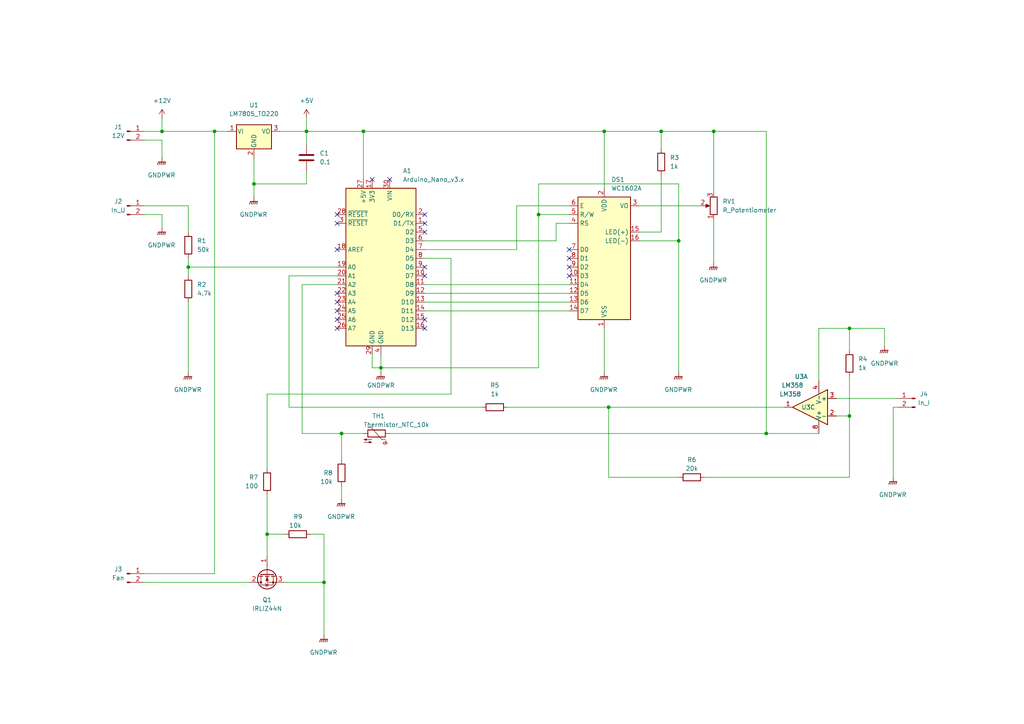
<source format=kicad_sch>
(kicad_sch (version 20211123) (generator eeschema)
  (paper "A4")
  (lib_symbols
    (symbol "Amplifier_Operational:LM358" (pin_names (offset 0.127))
      (property "Reference" "U" (at 0 5.08 0))
      (property "Value" "LM358" (at 0 -5.08 0))
      (symbol "LM358_1_1"
        (polyline (pts (xy -5.08 5.08) (xy 5.08 0) (xy -5.08 -5.08) (xy -5.08 5.08)) (stroke (width 0.254)) (fill (type background)))
        (pin output line (at 7.62 0 180) (length 2.54) (name "~") (number "1"))
        (pin input line (at -7.62 -2.54 0) (length 2.54) (name "-") (number "2"))
        (pin input line (at -7.62 2.54 0) (length 2.54) (name "+") (number "3"))
      )
      (symbol "LM358_2_1"
        (polyline (pts (xy -5.08 5.08) (xy 5.08 0) (xy -5.08 -5.08) (xy -5.08 5.08)) (stroke (width 0.254)) (fill (type background)))
        (pin input line (at -7.62 2.54 0) (length 2.54) (name "+") (number "5"))
        (pin input line (at -7.62 -2.54 0) (length 2.54) (name "-") (number "6"))
        (pin output line (at 7.62 0 180) (length 2.54) (name "~") (number "7"))
      )
      (symbol "LM358_3_1"
        (pin power_in line (at -2.54 -7.62 90) (length 3.81) (name "V-") (number "4"))
        (pin power_in line (at -2.54 7.62 270) (length 3.81) (name "V+") (number "8"))
      )
    )
    (symbol "Connector:Conn_01x02_Male" (pin_names (offset 1.016) hide)
      (property "Reference" "J" (at 0 2.54 0))
      (property "Value" "Conn_01x02_Male" (at 0 -5.08 0))
      (symbol "Conn_01x02_Male_1_1"
        (polyline (pts (xy 1.27 -2.54) (xy 0.8636 -2.54)) (stroke (width 0.1524)))
        (polyline (pts (xy 1.27 0) (xy 0.8636 0)) (stroke (width 0.1524)))
        (rectangle (start 0.8636 -2.413) (end 0 -2.667) (stroke (width 0.1524)) (fill (type outline)))
        (rectangle (start 0.8636 0.127) (end 0 -0.127) (stroke (width 0.1524)) (fill (type outline)))
        (pin passive line (at 5.08 0 180) (length 3.81) (name "Pin_1") (number "1"))
        (pin passive line (at 5.08 -2.54 180) (length 3.81) (name "Pin_2") (number "2"))
      )
    )
    (symbol "Device:C" (pin_numbers hide) (pin_names (offset 0.254))
      (property "Reference" "C" (at 0.635 2.54 0))
      (property "Value" "C" (at 0.635 -2.54 0))
      (symbol "C_0_1"
        (polyline (pts (xy -2.032 -0.762) (xy 2.032 -0.762)) (stroke (width 0.508)))
        (polyline (pts (xy -2.032 0.762) (xy 2.032 0.762)) (stroke (width 0.508)))
      )
      (symbol "C_1_1"
        (pin passive line (at 0 3.81 270) (length 2.794) (name "~") (number "1"))
        (pin passive line (at 0 -3.81 90) (length 2.794) (name "~") (number "2"))
      )
    )
    (symbol "Device:R" (pin_numbers hide) (pin_names (offset 0))
      (property "Reference" "R" (at 2.032 0 90))
      (property "Value" "R" (at 0 0 90))
      (symbol "R_0_1"
        (rectangle (start -1.016 -2.54) (end 1.016 2.54) (stroke (width 0.254)))
      )
      (symbol "R_1_1"
        (pin passive line (at 0 3.81 270) (length 1.27) (name "~") (number "1"))
        (pin passive line (at 0 -3.81 90) (length 1.27) (name "~") (number "2"))
      )
    )
    (symbol "Device:R_Potentiometer" (pin_names (offset 1.016) hide)
      (property "Reference" "RV" (at -4.445 0 90))
      (property "Value" "R_Potentiometer" (at -2.54 0 90))
      (symbol "R_Potentiometer_0_1"
        (polyline (pts (xy 2.54 0) (xy 1.524 0)))
        (polyline (pts (xy 1.143 0) (xy 2.286 0.508) (xy 2.286 -0.508) (xy 1.143 0)) (fill (type outline)))
        (rectangle (start 1.016 2.54) (end -1.016 -2.54) (stroke (width 0.254)))
      )
      (symbol "R_Potentiometer_1_1"
        (pin passive line (at 0 3.81 270) (length 1.27) (name "1") (number "1"))
        (pin passive line (at 3.81 0 180) (length 1.27) (name "2") (number "2"))
        (pin passive line (at 0 -3.81 90) (length 1.27) (name "3") (number "3"))
      )
    )
    (symbol "Device:Thermistor_NTC" (pin_numbers hide) (pin_names (offset 0))
      (property "Reference" "TH" (at -4.445 0 90))
      (property "Value" "Thermistor_NTC" (at 3.175 0 90))
      (symbol "Thermistor_NTC_0_1"
        (arc (start -3.048 2.159) (mid -3.0505 2.3165) (end -3.175 2.413))
        (arc (start -3.048 2.159) (mid -2.9736 1.9794) (end -2.794 1.905))
        (arc (start -3.048 2.794) (mid -2.9736 2.6144) (end -2.794 2.54))
        (arc (start -2.794 1.905) (mid -2.6144 1.9794) (end -2.54 2.159))
        (arc (start -2.794 2.54) (mid -2.434 2.5608) (end -2.159 2.794))
        (arc (start -2.794 3.048) (mid -2.9736 2.9736) (end -3.048 2.794))
        (arc (start -2.54 2.794) (mid -2.6144 2.9736) (end -2.794 3.048))
        (rectangle (start -1.016 2.54) (end 1.016 -2.54) (stroke (width 0.254)))
        (polyline (pts (xy -2.54 2.159) (xy -2.54 2.794)))
        (polyline (pts (xy -1.778 2.54) (xy -1.778 1.524) (xy 1.778 -1.524) (xy 1.778 -2.54)))
        (polyline (pts (xy -2.54 -3.683) (xy -2.54 -1.397) (xy -2.794 -2.159) (xy -2.286 -2.159) (xy -2.54 -1.397) (xy -2.54 -1.651)) (fill (type outline)))
        (polyline (pts (xy -1.778 -1.397) (xy -1.778 -3.683) (xy -2.032 -2.921) (xy -1.524 -2.921) (xy -1.778 -3.683) (xy -1.778 -3.429)) (fill (type outline)))
      )
      (symbol "Thermistor_NTC_1_1"
        (pin passive line (at 0 3.81 270) (length 1.27) (name "~") (number "1"))
        (pin passive line (at 0 -3.81 90) (length 1.27) (name "~") (number "2"))
      )
    )
    (symbol "Display_Character:WC1602A"
      (property "Reference" "DS" (at -5.842 19.05 0))
      (property "Value" "WC1602A" (at 5.334 19.05 0))
      (symbol "WC1602A_1_1"
        (rectangle (start -7.62 17.78) (end 7.62 -17.78) (stroke (width 0.254)) (fill (type background)))
        (pin power_in line (at 0 -20.32 90) (length 2.54) (name "VSS") (number "1"))
        (pin input line (at -10.16 -5.08 0) (length 2.54) (name "D3") (number "10"))
        (pin input line (at -10.16 -7.62 0) (length 2.54) (name "D4") (number "11"))
        (pin input line (at -10.16 -10.16 0) (length 2.54) (name "D5") (number "12"))
        (pin input line (at -10.16 -12.7 0) (length 2.54) (name "D6") (number "13"))
        (pin input line (at -10.16 -15.24 0) (length 2.54) (name "D7") (number "14"))
        (pin power_in line (at 10.16 7.62 180) (length 2.54) (name "LED(+)") (number "15"))
        (pin power_in line (at 10.16 5.08 180) (length 2.54) (name "LED(-)") (number "16"))
        (pin power_in line (at 0 20.32 270) (length 2.54) (name "VDD") (number "2"))
        (pin input line (at 10.16 15.24 180) (length 2.54) (name "VO") (number "3"))
        (pin input line (at -10.16 10.16 0) (length 2.54) (name "RS") (number "4"))
        (pin input line (at -10.16 12.7 0) (length 2.54) (name "R/W") (number "5"))
        (pin input line (at -10.16 15.24 0) (length 2.54) (name "E") (number "6"))
        (pin input line (at -10.16 2.54 0) (length 2.54) (name "D0") (number "7"))
        (pin input line (at -10.16 0 0) (length 2.54) (name "D1") (number "8"))
        (pin input line (at -10.16 -2.54 0) (length 2.54) (name "D2") (number "9"))
      )
    )
    (symbol "MCU_Module:Arduino_Nano_v3.x"
      (property "Reference" "A" (at -10.16 23.495 0))
      (property "Value" "Arduino_Nano_v3.x" (at 5.08 -24.13 0))
      (symbol "Arduino_Nano_v3.x_0_1"
        (rectangle (start -10.16 22.86) (end 10.16 -22.86) (stroke (width 0.254)) (fill (type background)))
      )
      (symbol "Arduino_Nano_v3.x_1_1"
        (pin bidirectional line (at -12.7 12.7 0) (length 2.54) (name "D1/TX") (number "1"))
        (pin bidirectional line (at -12.7 -2.54 0) (length 2.54) (name "D7") (number "10"))
        (pin bidirectional line (at -12.7 -5.08 0) (length 2.54) (name "D8") (number "11"))
        (pin bidirectional line (at -12.7 -7.62 0) (length 2.54) (name "D9") (number "12"))
        (pin bidirectional line (at -12.7 -10.16 0) (length 2.54) (name "D10") (number "13"))
        (pin bidirectional line (at -12.7 -12.7 0) (length 2.54) (name "D11") (number "14"))
        (pin bidirectional line (at -12.7 -15.24 0) (length 2.54) (name "D12") (number "15"))
        (pin bidirectional line (at -12.7 -17.78 0) (length 2.54) (name "D13") (number "16"))
        (pin power_out line (at 2.54 25.4 270) (length 2.54) (name "3V3") (number "17"))
        (pin input line (at 12.7 5.08 180) (length 2.54) (name "AREF") (number "18"))
        (pin bidirectional line (at 12.7 0 180) (length 2.54) (name "A0") (number "19"))
        (pin bidirectional line (at -12.7 15.24 0) (length 2.54) (name "D0/RX") (number "2"))
        (pin bidirectional line (at 12.7 -2.54 180) (length 2.54) (name "A1") (number "20"))
        (pin bidirectional line (at 12.7 -5.08 180) (length 2.54) (name "A2") (number "21"))
        (pin bidirectional line (at 12.7 -7.62 180) (length 2.54) (name "A3") (number "22"))
        (pin bidirectional line (at 12.7 -10.16 180) (length 2.54) (name "A4") (number "23"))
        (pin bidirectional line (at 12.7 -12.7 180) (length 2.54) (name "A5") (number "24"))
        (pin bidirectional line (at 12.7 -15.24 180) (length 2.54) (name "A6") (number "25"))
        (pin bidirectional line (at 12.7 -17.78 180) (length 2.54) (name "A7") (number "26"))
        (pin power_out line (at 5.08 25.4 270) (length 2.54) (name "+5V") (number "27"))
        (pin input line (at 12.7 15.24 180) (length 2.54) (name "~{RESET}") (number "28"))
        (pin power_in line (at 2.54 -25.4 90) (length 2.54) (name "GND") (number "29"))
        (pin input line (at 12.7 12.7 180) (length 2.54) (name "~{RESET}") (number "3"))
        (pin power_in line (at -2.54 25.4 270) (length 2.54) (name "VIN") (number "30"))
        (pin power_in line (at 0 -25.4 90) (length 2.54) (name "GND") (number "4"))
        (pin bidirectional line (at -12.7 10.16 0) (length 2.54) (name "D2") (number "5"))
        (pin bidirectional line (at -12.7 7.62 0) (length 2.54) (name "D3") (number "6"))
        (pin bidirectional line (at -12.7 5.08 0) (length 2.54) (name "D4") (number "7"))
        (pin bidirectional line (at -12.7 2.54 0) (length 2.54) (name "D5") (number "8"))
        (pin bidirectional line (at -12.7 0 0) (length 2.54) (name "D6") (number "9"))
      )
    )
    (symbol "Regulator_Linear:LM7805_TO220" (pin_names (offset 0.254))
      (property "Reference" "U" (at -3.81 3.175 0))
      (property "Value" "LM7805_TO220" (at 0 3.175 0))
      (symbol "LM7805_TO220_0_1"
        (rectangle (start -5.08 1.905) (end 5.08 -5.08) (stroke (width 0.254)) (fill (type background)))
      )
      (symbol "LM7805_TO220_1_1"
        (pin power_in line (at -7.62 0 0) (length 2.54) (name "VI") (number "1"))
        (pin power_in line (at 0 -7.62 90) (length 2.54) (name "GND") (number "2"))
        (pin power_out line (at 7.62 0 180) (length 2.54) (name "VO") (number "3"))
      )
    )
    (symbol "Transistor_FET:IRLIZ44N" (pin_names hide)
      (property "Reference" "Q" (at 6.35 1.905 0))
      (property "Value" "IRLIZ44N" (at 6.35 0 0))
      (symbol "IRLIZ44N_0_1"
        (polyline (pts (xy 0.254 0) (xy -2.54 0)))
        (polyline (pts (xy 0.254 1.905) (xy 0.254 -1.905)) (stroke (width 0.254)))
        (polyline (pts (xy 0.762 -1.27) (xy 0.762 -2.286)) (stroke (width 0.254)))
        (polyline (pts (xy 0.762 0.508) (xy 0.762 -0.508)) (stroke (width 0.254)))
        (polyline (pts (xy 0.762 2.286) (xy 0.762 1.27)) (stroke (width 0.254)))
        (polyline (pts (xy 2.54 2.54) (xy 2.54 1.778)))
        (polyline (pts (xy 2.54 -2.54) (xy 2.54 0) (xy 0.762 0)))
        (polyline (pts (xy 0.762 -1.778) (xy 3.302 -1.778) (xy 3.302 1.778) (xy 0.762 1.778)))
        (polyline (pts (xy 1.016 0) (xy 2.032 0.381) (xy 2.032 -0.381) (xy 1.016 0)) (fill (type outline)))
        (polyline (pts (xy 2.794 0.508) (xy 2.921 0.381) (xy 3.683 0.381) (xy 3.81 0.254)))
        (polyline (pts (xy 3.302 0.381) (xy 2.921 -0.254) (xy 3.683 -0.254) (xy 3.302 0.381)))
        (circle (center 1.651 0) (radius 2.794) (stroke (width 0.254)))
        (circle (center 2.54 -1.778) (radius 0.254) (fill (type outline)))
        (circle (center 2.54 1.778) (radius 0.254) (fill (type outline)))
      )
      (symbol "IRLIZ44N_1_1"
        (pin input line (at -5.08 0 0) (length 2.54) (name "G") (number "1"))
        (pin passive line (at 2.54 5.08 270) (length 2.54) (name "D") (number "2"))
        (pin passive line (at 2.54 -5.08 90) (length 2.54) (name "S") (number "3"))
      )
    )
    (symbol "power:+12V" (power) (pin_names (offset 0))
      (property "Value" "+12V" (at 0 3.556 0))
      (symbol "+12V_0_1"
        (polyline (pts (xy -0.762 1.27) (xy 0 2.54)))
        (polyline (pts (xy 0 0) (xy 0 2.54)))
        (polyline (pts (xy 0 2.54) (xy 0.762 1.27)))
      )
      (symbol "+12V_1_1"
        (pin power_in line (at 0 0 90) (length 0) hide (name "+12V") (number "1"))
      )
    )
    (symbol "power:+5V" (power) (pin_names (offset 0))
      (property "Value" "+5V" (at 0 3.556 0))
      (symbol "+5V_0_1"
        (polyline (pts (xy -0.762 1.27) (xy 0 2.54)))
        (polyline (pts (xy 0 0) (xy 0 2.54)))
        (polyline (pts (xy 0 2.54) (xy 0.762 1.27)))
      )
      (symbol "+5V_1_1"
        (pin power_in line (at 0 0 90) (length 0) hide (name "+5V") (number "1"))
      )
    )
    (symbol "power:GNDPWR" (power) (pin_names (offset 0))
      (property "Value" "GNDPWR" (at 0 -3.302 0))
      (symbol "GNDPWR_0_1"
        (polyline (pts (xy 0 -1.27) (xy 0 0)))
        (polyline (pts (xy -1.016 -1.27) (xy -1.27 -2.032) (xy -1.27 -2.032)) (stroke (width 0.2032)))
        (polyline (pts (xy -0.508 -1.27) (xy -0.762 -2.032) (xy -0.762 -2.032)) (stroke (width 0.2032)))
        (polyline (pts (xy 0 -1.27) (xy -0.254 -2.032) (xy -0.254 -2.032)) (stroke (width 0.2032)))
        (polyline (pts (xy 0.508 -1.27) (xy 0.254 -2.032) (xy 0.254 -2.032)) (stroke (width 0.2032)))
        (polyline (pts (xy 1.016 -1.27) (xy -1.016 -1.27) (xy -1.016 -1.27)) (stroke (width 0.2032)))
        (polyline (pts (xy 1.016 -1.27) (xy 0.762 -2.032) (xy 0.762 -2.032) (xy 0.762 -2.032)) (stroke (width 0.2032)))
      )
      (symbol "GNDPWR_1_1"
        (pin power_in line (at 0 0 270) (length 0) hide (name "GNDPWR") (number "1"))
      )
    )
  )
  (junction (at 191.77 38.1))
  (junction (at 175.26 38.1))
  (junction (at 105.41 38.1))
  (junction (at 73.66 53.34))
  (junction (at 207.01 38.1))
  (junction (at 222.25 125.73))
  (junction (at 46.99 38.1))
  (junction (at 176.53 118.11))
  (junction (at 88.9 38.1))
  (junction (at 93.98 168.91))
  (junction (at 156.21 62.23))
  (junction (at 246.38 120.65))
  (junction (at 77.47 154.94))
  (junction (at 62.23 38.1))
  (junction (at 196.85 69.85))
  (junction (at 110.49 106.68))
  (junction (at 54.61 77.47))
  (junction (at 99.06 125.73))
  (junction (at 246.38 95.25))
  (no_connect (at 97.79 62.23))
  (no_connect (at 97.79 64.77))
  (no_connect (at 97.79 72.39))
  (no_connect (at 107.95 52.07))
  (no_connect (at 165.1 72.39))
  (no_connect (at 165.1 74.93))
  (no_connect (at 165.1 77.47))
  (no_connect (at 165.1 80.01))
  (no_connect (at 97.79 95.25))
  (no_connect (at 113.03 52.07))
  (no_connect (at 123.19 62.23))
  (no_connect (at 123.19 64.77))
  (no_connect (at 123.19 67.31))
  (no_connect (at 123.19 95.25))
  (no_connect (at 123.19 77.47))
  (no_connect (at 123.19 80.01))
  (no_connect (at 123.19 92.71))
  (no_connect (at 97.79 92.71))
  (no_connect (at 97.79 90.17))
  (no_connect (at 97.79 87.63))
  (no_connect (at 97.79 85.09))
  (wire (pts (xy 93.98 154.94) (xy 93.98 168.91)))
  (wire (pts (xy 83.82 80.01) (xy 83.82 118.11)))
  (wire (pts (xy 246.38 95.25) (xy 246.38 101.6)))
  (wire (pts (xy 90.17 154.94) (xy 93.98 154.94)))
  (wire (pts (xy 110.49 102.87) (xy 110.49 106.68)))
  (wire (pts (xy 256.54 95.25) (xy 256.54 100.33)))
  (wire (pts (xy 246.38 138.43) (xy 246.38 120.65)))
  (wire (pts (xy 222.25 125.73) (xy 222.25 38.1)))
  (wire (pts (xy 77.47 143.51) (xy 77.47 154.94)))
  (wire (pts (xy 88.9 49.53) (xy 88.9 53.34)))
  (wire (pts (xy 105.41 38.1) (xy 175.26 38.1)))
  (wire (pts (xy 97.79 82.55) (xy 87.63 82.55)))
  (wire (pts (xy 207.01 38.1) (xy 222.25 38.1)))
  (wire (pts (xy 204.47 138.43) (xy 246.38 138.43)))
  (wire (pts (xy 246.38 95.25) (xy 256.54 95.25)))
  (wire (pts (xy 54.61 87.63) (xy 54.61 107.95)))
  (wire (pts (xy 191.77 50.8) (xy 191.77 67.31)))
  (wire (pts (xy 41.91 62.23) (xy 46.99 62.23)))
  (wire (pts (xy 123.19 72.39) (xy 149.86 72.39)))
  (wire (pts (xy 156.21 62.23) (xy 156.21 53.34)))
  (wire (pts (xy 176.53 138.43) (xy 176.53 118.11)))
  (wire (pts (xy 175.26 95.25) (xy 175.26 107.95)))
  (wire (pts (xy 46.99 34.29) (xy 46.99 38.1)))
  (wire (pts (xy 54.61 59.69) (xy 54.61 67.31)))
  (wire (pts (xy 161.29 64.77) (xy 165.1 64.77)))
  (wire (pts (xy 41.91 40.64) (xy 46.99 40.64)))
  (wire (pts (xy 149.86 59.69) (xy 165.1 59.69)))
  (wire (pts (xy 54.61 77.47) (xy 97.79 77.47)))
  (wire (pts (xy 88.9 38.1) (xy 105.41 38.1)))
  (wire (pts (xy 88.9 34.29) (xy 88.9 38.1)))
  (wire (pts (xy 41.91 38.1) (xy 46.99 38.1)))
  (wire (pts (xy 81.28 38.1) (xy 88.9 38.1)))
  (wire (pts (xy 156.21 62.23) (xy 165.1 62.23)))
  (wire (pts (xy 156.21 62.23) (xy 156.21 106.68)))
  (wire (pts (xy 99.06 125.73) (xy 99.06 133.35)))
  (wire (pts (xy 107.95 102.87) (xy 107.95 106.68)))
  (wire (pts (xy 175.26 38.1) (xy 191.77 38.1)))
  (wire (pts (xy 123.19 87.63) (xy 165.1 87.63)))
  (wire (pts (xy 46.99 62.23) (xy 46.99 66.04)))
  (wire (pts (xy 207.01 38.1) (xy 207.01 55.88)))
  (wire (pts (xy 237.49 125.73) (xy 222.25 125.73)))
  (wire (pts (xy 259.08 138.43) (xy 259.08 118.11)))
  (wire (pts (xy 130.81 114.3) (xy 130.81 74.93)))
  (wire (pts (xy 77.47 114.3) (xy 130.81 114.3)))
  (wire (pts (xy 105.41 38.1) (xy 105.41 52.07)))
  (wire (pts (xy 130.81 74.93) (xy 123.19 74.93)))
  (wire (pts (xy 185.42 59.69) (xy 203.2 59.69)))
  (wire (pts (xy 139.7 118.11) (xy 83.82 118.11)))
  (wire (pts (xy 222.25 125.73) (xy 113.03 125.73)))
  (wire (pts (xy 54.61 77.47) (xy 54.61 80.01)))
  (wire (pts (xy 246.38 109.22) (xy 246.38 120.65)))
  (wire (pts (xy 110.49 106.68) (xy 110.49 107.95)))
  (wire (pts (xy 259.08 118.11) (xy 260.35 118.11)))
  (wire (pts (xy 123.19 90.17) (xy 165.1 90.17)))
  (wire (pts (xy 191.77 67.31) (xy 185.42 67.31)))
  (wire (pts (xy 73.66 53.34) (xy 73.66 57.15)))
  (wire (pts (xy 176.53 118.11) (xy 227.33 118.11)))
  (wire (pts (xy 99.06 140.97) (xy 99.06 144.78)))
  (wire (pts (xy 62.23 38.1) (xy 66.04 38.1)))
  (wire (pts (xy 175.26 38.1) (xy 175.26 54.61)))
  (wire (pts (xy 46.99 38.1) (xy 62.23 38.1)))
  (wire (pts (xy 149.86 72.39) (xy 149.86 59.69)))
  (wire (pts (xy 237.49 95.25) (xy 246.38 95.25)))
  (wire (pts (xy 41.91 168.91) (xy 72.39 168.91)))
  (wire (pts (xy 41.91 166.37) (xy 62.23 166.37)))
  (wire (pts (xy 237.49 110.49) (xy 237.49 95.25)))
  (wire (pts (xy 97.79 80.01) (xy 83.82 80.01)))
  (wire (pts (xy 161.29 69.85) (xy 161.29 64.77)))
  (wire (pts (xy 88.9 38.1) (xy 88.9 41.91)))
  (wire (pts (xy 82.55 168.91) (xy 93.98 168.91)))
  (wire (pts (xy 77.47 154.94) (xy 77.47 161.29)))
  (wire (pts (xy 107.95 106.68) (xy 110.49 106.68)))
  (wire (pts (xy 242.57 115.57) (xy 260.35 115.57)))
  (wire (pts (xy 156.21 53.34) (xy 196.85 53.34)))
  (wire (pts (xy 207.01 63.5) (xy 207.01 76.2)))
  (wire (pts (xy 41.91 59.69) (xy 54.61 59.69)))
  (wire (pts (xy 73.66 53.34) (xy 88.9 53.34)))
  (wire (pts (xy 93.98 168.91) (xy 93.98 184.15)))
  (wire (pts (xy 196.85 138.43) (xy 176.53 138.43)))
  (wire (pts (xy 123.19 69.85) (xy 161.29 69.85)))
  (wire (pts (xy 246.38 120.65) (xy 242.57 120.65)))
  (wire (pts (xy 147.32 118.11) (xy 176.53 118.11)))
  (wire (pts (xy 196.85 69.85) (xy 196.85 107.95)))
  (wire (pts (xy 77.47 135.89) (xy 77.47 114.3)))
  (wire (pts (xy 156.21 106.68) (xy 110.49 106.68)))
  (wire (pts (xy 46.99 40.64) (xy 46.99 45.72)))
  (wire (pts (xy 191.77 38.1) (xy 191.77 43.18)))
  (wire (pts (xy 77.47 154.94) (xy 82.55 154.94)))
  (wire (pts (xy 185.42 69.85) (xy 196.85 69.85)))
  (wire (pts (xy 62.23 38.1) (xy 62.23 166.37)))
  (wire (pts (xy 87.63 82.55) (xy 87.63 125.73)))
  (wire (pts (xy 87.63 125.73) (xy 99.06 125.73)))
  (wire (pts (xy 191.77 38.1) (xy 207.01 38.1)))
  (wire (pts (xy 196.85 53.34) (xy 196.85 69.85)))
  (wire (pts (xy 123.19 82.55) (xy 165.1 82.55)))
  (wire (pts (xy 99.06 125.73) (xy 105.41 125.73)))
  (wire (pts (xy 123.19 85.09) (xy 165.1 85.09)))
  (wire (pts (xy 73.66 45.72) (xy 73.66 53.34)))
  (wire (pts (xy 54.61 74.93) (xy 54.61 77.47)))
  (symbol (lib_id "power:+5V") (at 88.9 34.29 0) (unit 1)
    (property "Reference" "#PWR0111" (effects hide))
    (property "Value" "+5V" (at 88.9 29.21 0))
  )
  (symbol (lib_id "Regulator_Linear:LM7805_TO220") (at 73.66 38.1 0) (unit 1)
    (property "Reference" "U1" (at 73.66 30.48 0))
    (property "Value" "LM7805_TO220" (at 73.66 33.02 0))
    (property "Footprint" "Package_TO_SOT_THT:TO-220-3_Vertical" (effects hide))
    (property "Datasheet" "https://www.onsemi.cn/PowerSolutions/document/MC7800-D.PDF" (effects hide))
  )
  (symbol (lib_id "Connector:Conn_01x02_Male") (at 36.83 166.37 0) (unit 1)
    (property "Reference" "J3" (at 34.29 165.1 0))
    (property "Value" "Fan" (at 34.29 167.64 0))
    (property "Footprint" "Connector:JWT_A3963_1x02_P3.96mm_Vertical" (effects hide))
  )
  (symbol (lib_id "power:GNDPWR") (at 256.54 100.33 0) (unit 1)
    (property "Reference" "#PWR0108" (effects hide))
    (property "Value" "GNDPWR" (at 256.54 105.41 0))
  )
  (symbol (lib_id "Device:R") (at 200.66 138.43 90) (unit 1)
    (property "Reference" "R6" (at 200.66 133.35 90))
    (property "Value" "20k" (at 200.66 135.89 90))
    (property "Footprint" "Resistor_THT:R_Axial_DIN0309_L9.0mm_D3.2mm_P12.70mm_Horizontal" (effects hide))
  )
  (symbol (lib_id "Device:R") (at 86.36 154.94 270) (mirror x) (unit 1)
    (property "Reference" "R9" (at 85.09 149.86 90) (effects (justify left)))
    (property "Value" "10k" (at 83.82 152.4 90) (effects (justify left)))
    (property "Footprint" "Resistor_THT:R_Axial_DIN0309_L9.0mm_D3.2mm_P12.70mm_Horizontal" (effects hide))
  )
  (symbol (lib_id "power:GNDPWR") (at 73.66 57.15 0) (unit 1)
    (property "Reference" "#PWR0102" (effects hide))
    (property "Value" "GNDPWR" (at 73.533 62.23 0))
  )
  (symbol (lib_id "Amplifier_Operational:LM358") (at 234.95 118.11 0) (mirror y) (unit 1)
    (property "Reference" "U3" (at 232.41 109.22 0))
    (property "Value" "LM358" (at 229.87 111.76 0))
    (property "Footprint" "Package_DIP:DIP-8_W7.62mm" (effects hide))
    (property "Datasheet" "http://www.ti.com/lit/ds/symlink/lm2904-n.pdf" (effects hide))
  )
  (symbol (lib_id "Amplifier_Operational:LM358") (at 240.03 118.11 0) (mirror x) (unit 3)
    (property "Reference" "U3" (at 232.41 118.11 0) (effects (justify left)))
    (property "Value" "LM358" (at 226.06 114.3 0) (effects (justify left)))
    (property "Footprint" "Package_DIP:DIP-8_W7.62mm" (effects hide))
    (property "Datasheet" "http://www.ti.com/lit/ds/symlink/lm2904-n.pdf" (effects hide))
  )
  (symbol (lib_id "power:GNDPWR") (at 207.01 76.2 0) (unit 1)
    (property "Reference" "#PWR0114" (effects hide))
    (property "Value" "GNDPWR" (at 206.883 81.28 0))
  )
  (symbol (lib_id "Device:R") (at 54.61 83.82 0) (unit 1)
    (property "Reference" "R2" (at 57.15 82.5499 0) (effects (justify left)))
    (property "Value" "4.7k" (at 57.15 85.0899 0) (effects (justify left)))
    (property "Footprint" "Resistor_THT:R_Axial_DIN0309_L9.0mm_D3.2mm_P12.70mm_Horizontal" (effects hide))
  )
  (symbol (lib_id "Device:R") (at 143.51 118.11 90) (unit 1)
    (property "Reference" "R5" (at 143.51 111.76 90))
    (property "Value" "1k" (at 143.51 114.3 90))
    (property "Footprint" "Resistor_THT:R_Axial_DIN0309_L9.0mm_D3.2mm_P12.70mm_Horizontal" (effects hide))
  )
  (symbol (lib_id "power:GNDPWR") (at 259.08 138.43 0) (unit 1)
    (property "Reference" "#PWR0109" (effects hide))
    (property "Value" "GNDPWR" (at 258.953 143.51 0))
  )
  (symbol (lib_id "Device:R") (at 54.61 71.12 0) (unit 1)
    (property "Reference" "R1" (at 57.15 69.8499 0) (effects (justify left)))
    (property "Value" "50k" (at 57.15 72.3899 0) (effects (justify left)))
    (property "Footprint" "Resistor_THT:R_Axial_DIN0309_L9.0mm_D3.2mm_P12.70mm_Horizontal" (effects hide))
  )
  (symbol (lib_id "power:+12V") (at 46.99 34.29 0) (unit 1)
    (property "Reference" "#PWR0104" (effects hide))
    (property "Value" "+12V" (at 46.99 29.21 0))
  )
  (symbol (lib_id "MCU_Module:Arduino_Nano_v3.x") (at 110.49 77.47 0) (mirror y) (unit 1)
    (property "Reference" "A1" (at 116.84 49.53 0) (effects (justify right)))
    (property "Value" "Arduino_Nano_v3.x" (at 116.84 52.07 0) (effects (justify right)))
    (property "Footprint" "Module:Arduino_Nano" (effects hide))
    (property "Datasheet" "http://www.mouser.com/pdfdocs/Gravitech_Arduino_Nano3_0.pdf" (effects hide))
  )
  (symbol (lib_id "power:GNDPWR") (at 54.61 107.95 0) (unit 1)
    (property "Reference" "#PWR0106" (effects hide))
    (property "Value" "GNDPWR" (at 54.483 113.03 0))
  )
  (symbol (lib_id "power:GNDPWR") (at 93.98 184.15 0) (unit 1)
    (property "Reference" "#PWR0113" (effects hide))
    (property "Value" "GNDPWR" (at 93.853 189.23 0))
  )
  (symbol (lib_id "power:GNDPWR") (at 110.49 107.95 0) (unit 1)
    (property "Reference" "#PWR0110" (effects hide))
    (property "Value" "GNDPWR" (at 110.49 111.76 0))
  )
  (symbol (lib_id "Transistor_FET:IRLIZ44N") (at 77.47 166.37 90) (mirror x) (unit 1)
    (property "Reference" "Q1" (at 77.47 173.99 90))
    (property "Value" "IRLIZ44N" (at 77.47 176.53 90))
    (property "Footprint" "Package_TO_SOT_THT:TO-220F-3_Vertical" (effects hide))
    (property "Datasheet" "http://www.irf.com/product-info/datasheets/data/irliz44n.pdf" (effects hide))
  )
  (symbol (lib_id "Device:R") (at 191.77 46.99 0) (unit 1)
    (property "Reference" "R3" (at 194.31 45.7199 0) (effects (justify left)))
    (property "Value" "1k" (at 194.31 48.2599 0) (effects (justify left)))
    (property "Footprint" "Resistor_THT:R_Axial_DIN0309_L9.0mm_D3.2mm_P12.70mm_Horizontal" (effects hide))
  )
  (symbol (lib_id "Device:R") (at 99.06 137.16 0) (mirror y) (unit 1)
    (property "Reference" "R8" (at 96.52 137.16 0) (effects (justify left)))
    (property "Value" "10k" (at 96.52 139.7 0) (effects (justify left)))
    (property "Footprint" "Resistor_THT:R_Axial_DIN0309_L9.0mm_D3.2mm_P12.70mm_Horizontal" (effects hide))
  )
  (symbol (lib_id "power:GNDPWR") (at 99.06 144.78 0) (unit 1)
    (property "Reference" "#PWR0112" (effects hide))
    (property "Value" "GNDPWR" (at 98.933 149.86 0))
  )
  (symbol (lib_id "power:GNDPWR") (at 196.85 107.95 0) (unit 1)
    (property "Reference" "#PWR0107" (effects hide))
    (property "Value" "GNDPWR" (at 196.723 113.03 0))
  )
  (symbol (lib_id "Device:Thermistor_NTC") (at 109.22 125.73 270) (mirror x) (unit 1)
    (property "Reference" "TH1" (at 107.95 120.65 90) (effects (justify left)))
    (property "Value" "Thermistor_NTC_10k" (at 105.41 123.19 90) (effects (justify left)))
    (property "Footprint" "Connector:JWT_A3963_1x02_P3.96mm_Vertical" (effects hide))
  )
  (symbol (lib_id "Device:R") (at 77.47 139.7 0) (mirror y) (unit 1)
    (property "Reference" "R7" (at 74.93 138.43 0) (effects (justify left)))
    (property "Value" "100" (at 74.93 140.97 0) (effects (justify left)))
    (property "Footprint" "Resistor_THT:R_Axial_DIN0309_L9.0mm_D3.2mm_P12.70mm_Horizontal" (effects hide))
  )
  (symbol (lib_id "Device:R_Potentiometer") (at 207.01 59.69 180) (unit 1)
    (property "Reference" "RV1" (at 209.55 58.4199 0) (effects (justify right)))
    (property "Value" "R_Potentiometer" (at 209.55 60.9599 0) (effects (justify right)))
    (property "Footprint" "Potentiometer_THT:Potentiometer_ACP_CA6-H2,5_Horizontal" (effects hide))
  )
  (symbol (lib_id "power:GNDPWR") (at 46.99 66.04 0) (unit 1)
    (property "Reference" "#PWR0105" (effects hide))
    (property "Value" "GNDPWR" (at 46.863 71.12 0))
  )
  (symbol (lib_id "power:GNDPWR") (at 46.99 45.72 0) (unit 1)
    (property "Reference" "#PWR0103" (effects hide))
    (property "Value" "GNDPWR" (at 46.863 50.8 0))
  )
  (symbol (lib_id "power:GNDPWR") (at 175.26 107.95 0) (unit 1)
    (property "Reference" "#PWR0101" (effects hide))
    (property "Value" "GNDPWR" (at 175.133 113.03 0))
  )
  (symbol (lib_id "Display_Character:WC1602A") (at 175.26 74.93 0) (unit 1)
    (property "Reference" "DS1" (at 177.2794 52.07 0) (effects (justify left)))
    (property "Value" "WC1602A" (at 177.2794 54.61 0) (effects (justify left)))
    (property "Footprint" "Display:WC1602A" (effects hide))
    (property "Datasheet" "http://www.wincomlcd.com/pdf/WC1602A-SFYLYHTC06.pdf" (effects hide))
  )
  (symbol (lib_id "Connector:Conn_01x02_Male") (at 36.83 59.69 0) (unit 1)
    (property "Reference" "J2" (at 34.29 58.42 0))
    (property "Value" "In_U" (at 34.29 60.96 0))
    (property "Footprint" "Connector:JWT_A3963_1x02_P3.96mm_Vertical" (effects hide))
  )
  (symbol (lib_id "Device:C") (at 88.9 45.72 0) (unit 1)
    (property "Reference" "C1" (at 92.71 44.4499 0) (effects (justify left)))
    (property "Value" "0.1" (at 92.71 46.9899 0) (effects (justify left)))
    (property "Footprint" "Capacitor_THT:C_Disc_D6.0mm_W4.4mm_P5.00mm" (effects hide))
  )
  (symbol (lib_id "Connector:Conn_01x02_Male") (at 36.83 38.1 0) (unit 1)
    (property "Reference" "J1" (at 34.29 36.83 0))
    (property "Value" "12V" (at 34.29 39.37 0))
    (property "Footprint" "Connector:JWT_A3963_1x02_P3.96mm_Vertical" (effects hide))
  )
  (symbol (lib_id "Device:R") (at 246.38 105.41 0) (mirror y) (unit 1)
    (property "Reference" "R4" (at 248.92 104.1399 0) (effects (justify right)))
    (property "Value" "1k" (at 248.92 106.6799 0) (effects (justify right)))
    (property "Footprint" "Resistor_THT:R_Axial_DIN0309_L9.0mm_D3.2mm_P12.70mm_Horizontal" (effects hide))
  )
  (symbol (lib_id "Connector:Conn_01x02_Male") (at 265.43 115.57 0) (mirror y) (unit 1)
    (property "Reference" "J4" (at 267.97 114.3 0))
    (property "Value" "In_I" (at 267.97 116.84 0))
    (property "Footprint" "Connector:JWT_A3963_1x02_P3.96mm_Vertical" (effects hide))
  )
)
</source>
